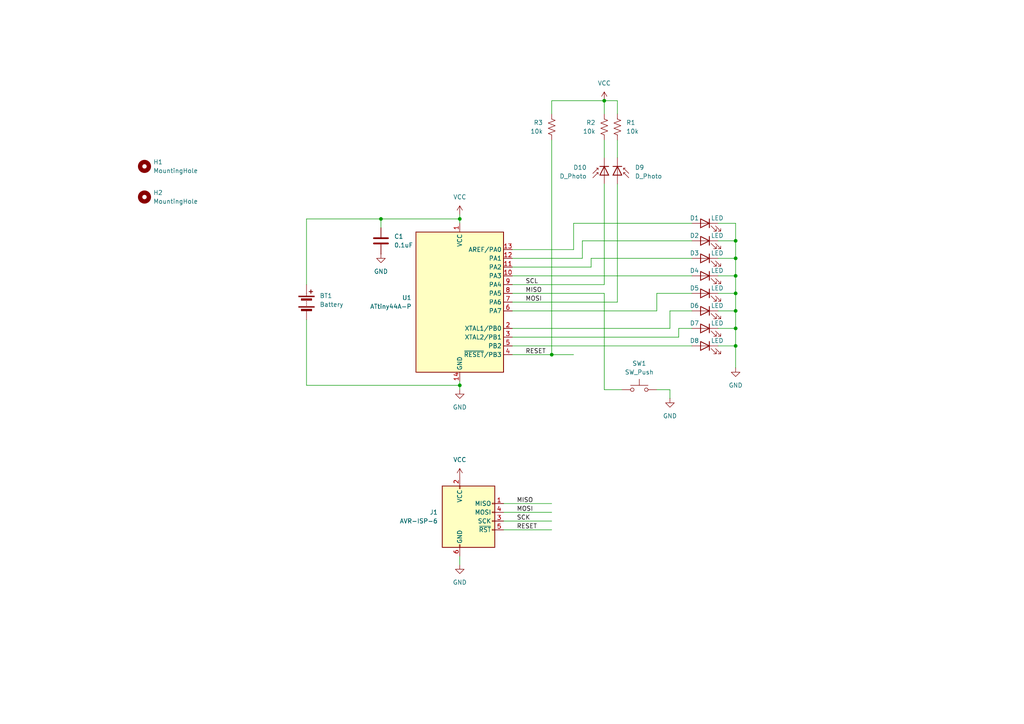
<source format=kicad_sch>
(kicad_sch (version 20250114) (generator "eeschema") (generator_version "9.0")
  (paper "A4")
  (lib_symbols
    (symbol "Connector:AVR-ISP-6" (pin_names (offset 1.016))
      (property "Reference" "J" (at -6.35 11.43 0))
      (property "Value" "AVR-ISP-6" (at 0 11.43 0))
      (symbol "AVR-ISP-6_0_1"
        (rectangle (start -2.667 10.16) (end -2.413 9.398))
        (rectangle (start -2.667 -6.858) (end -2.413 -7.62))
        (rectangle (start 7.62 10.16) (end -7.62 -7.62) (stroke (width 0.254)) (fill (type background)))
        (rectangle (start 7.62 5.207) (end 6.858 4.953))
        (rectangle (start 7.62 2.667) (end 6.858 2.413))
        (rectangle (start 7.62 0.127) (end 6.858 -0.127))
        (rectangle (start 7.62 -2.413) (end 6.858 -2.667))
      )
      (symbol "AVR-ISP-6_1_1"
        (pin passive line (at -2.54 12.7 270) (length 2.54) (name "VCC") (number "2"))
        (pin passive line (at -2.54 -10.16 90) (length 2.54) (name "GND") (number "6"))
        (pin passive line (at 10.16 5.08 180) (length 2.54) (name "MISO") (number "1"))
        (pin passive line (at 10.16 2.54 180) (length 2.54) (name "MOSI") (number "4"))
        (pin passive line (at 10.16 0 180) (length 2.54) (name "SCK") (number "3"))
        (pin passive line (at 10.16 -2.54 180) (length 2.54) (name "~{RST}") (number "5"))
      )
    )
    (symbol "Device:Battery" (pin_numbers (hide yes)) (pin_names (offset 0) (hide yes))
      (property "Reference" "BT" (at 2.54 2.54 0))
      (property "Value" "Battery" (at 2.54 0 0))
      (symbol "Battery_0_1"
        (rectangle (start -2.286 1.778) (end 2.286 1.524) (fill (type outline)))
        (rectangle (start -2.286 -1.27) (end 2.286 -1.524) (fill (type outline)))
        (rectangle (start -1.524 1.016) (end 1.524 0.508) (fill (type outline)))
        (rectangle (start -1.524 -2.032) (end 1.524 -2.54) (fill (type outline)))
        (polyline (pts (xy 0 1.778) (xy 0 2.54)))
        (polyline (pts (xy 0 0) (xy 0 0.254)))
        (polyline (pts (xy 0 -0.508) (xy 0 -0.254)))
        (polyline (pts (xy 0 -1.016) (xy 0 -0.762)))
        (polyline (pts (xy 0.762 3.048) (xy 1.778 3.048)) (stroke (width 0.254)))
        (polyline (pts (xy 1.27 3.556) (xy 1.27 2.54)) (stroke (width 0.254)))
      )
      (symbol "Battery_1_1"
        (pin passive line (at 0 5.08 270) (length 2.54) (name "+") (number "1"))
        (pin passive line (at 0 -5.08 90) (length 2.54) (name "-") (number "2"))
      )
    )
    (symbol "Device:C" (pin_numbers (hide yes)) (pin_names (offset 0.254))
      (property "Reference" "C" (at 0.635 2.54 0))
      (property "Value" "C" (at 0.635 -2.54 0))
      (symbol "C_0_1"
        (polyline (pts (xy -2.032 0.762) (xy 2.032 0.762)) (stroke (width 0.508)))
        (polyline (pts (xy -2.032 -0.762) (xy 2.032 -0.762)) (stroke (width 0.508)))
      )
      (symbol "C_1_1"
        (pin passive line (at 0 3.81 270) (length 2.794) (name "~") (number "1"))
        (pin passive line (at 0 -3.81 90) (length 2.794) (name "~") (number "2"))
      )
    )
    (symbol "Device:D_Photo" (pin_numbers (hide yes)) (pin_names (hide yes))
      (property "Reference" "D" (at 0.508 1.778 0))
      (property "Value" "D_Photo" (at -1.016 -2.794 0))
      (symbol "D_Photo_0_1"
        (polyline (pts (xy -2.54 1.27) (xy -2.54 -1.27)) (stroke (width 0.254)))
        (polyline (pts (xy -2.032 1.778) (xy -1.524 1.778)))
        (polyline (pts (xy -0.508 3.302) (xy -2.032 1.778) (xy -2.032 2.286)))
        (polyline (pts (xy 0 0) (xy -2.54 0)))
        (polyline (pts (xy 0 -1.27) (xy 0 1.27) (xy -2.54 0) (xy 0 -1.27)) (stroke (width 0.254)))
        (polyline (pts (xy 0.762 3.302) (xy -0.762 1.778) (xy -0.762 2.286) (xy -0.762 1.778) (xy -0.254 1.778)))
      )
      (symbol "D_Photo_1_1"
        (pin passive line (at -5.08 0 0) (length 2.54) (name "K") (number "1"))
        (pin passive line (at 2.54 0 180) (length 2.54) (name "A") (number "2"))
      )
    )
    (symbol "Device:LED" (pin_numbers (hide yes)) (pin_names (offset 1.016) (hide yes))
      (property "Reference" "D" (at 0 2.54 0))
      (property "Value" "LED" (at 0 -2.54 0))
      (symbol "LED_0_1"
        (polyline (pts (xy -3.048 -0.762) (xy -4.572 -2.286) (xy -3.81 -2.286) (xy -4.572 -2.286) (xy -4.572 -1.524)))
        (polyline (pts (xy -1.778 -0.762) (xy -3.302 -2.286) (xy -2.54 -2.286) (xy -3.302 -2.286) (xy -3.302 -1.524)))
        (polyline (pts (xy -1.27 0) (xy 1.27 0)))
        (polyline (pts (xy -1.27 -1.27) (xy -1.27 1.27)) (stroke (width 0.254)))
        (polyline (pts (xy 1.27 -1.27) (xy 1.27 1.27) (xy -1.27 0) (xy 1.27 -1.27)) (stroke (width 0.254)))
      )
      (symbol "LED_1_1"
        (pin passive line (at -3.81 0 0) (length 2.54) (name "K") (number "1"))
        (pin passive line (at 3.81 0 180) (length 2.54) (name "A") (number "2"))
      )
    )
    (symbol "Device:R_US" (pin_numbers (hide yes)) (pin_names (offset 0))
      (property "Reference" "R" (at 2.54 0 90))
      (property "Value" "R_US" (at -2.54 0 90))
      (symbol "R_US_0_1"
        (polyline (pts (xy 0 2.286) (xy 0 2.54)))
        (polyline (pts (xy 0 2.286) (xy 1.016 1.905) (xy 0 1.524) (xy -1.016 1.143) (xy 0 0.762)))
        (polyline (pts (xy 0 0.762) (xy 1.016 0.381) (xy 0 0) (xy -1.016 -0.381) (xy 0 -0.762)))
        (polyline (pts (xy 0 -0.762) (xy 1.016 -1.143) (xy 0 -1.524) (xy -1.016 -1.905) (xy 0 -2.286)))
        (polyline (pts (xy 0 -2.286) (xy 0 -2.54)))
      )
      (symbol "R_US_1_1"
        (pin passive line (at 0 3.81 270) (length 1.27) (name "~") (number "1"))
        (pin passive line (at 0 -3.81 90) (length 1.27) (name "~") (number "2"))
      )
    )
    (symbol "MCU_Microchip_ATtiny:ATtiny44A-P"
      (property "Reference" "U" (at -12.7 21.59 0))
      (property "Value" "ATtiny44A-P" (at 2.54 -21.59 0))
      (symbol "ATtiny44A-P_0_1"
        (rectangle (start -12.7 -20.32) (end 12.7 20.32) (stroke (width 0.254)) (fill (type background)))
      )
      (symbol "ATtiny44A-P_1_1"
        (pin power_in line (at 0 22.86 270) (length 2.54) (name "VCC") (number "1"))
        (pin power_in line (at 0 -22.86 90) (length 2.54) (name "GND") (number "14"))
        (pin bidirectional line (at 15.24 15.24 180) (length 2.54) (name "AREF/PA0") (number "13"))
        (pin bidirectional line (at 15.24 12.7 180) (length 2.54) (name "PA1") (number "12"))
        (pin bidirectional line (at 15.24 10.16 180) (length 2.54) (name "PA2") (number "11"))
        (pin bidirectional line (at 15.24 7.62 180) (length 2.54) (name "PA3") (number "10"))
        (pin bidirectional line (at 15.24 5.08 180) (length 2.54) (name "PA4") (number "9"))
        (pin bidirectional line (at 15.24 2.54 180) (length 2.54) (name "PA5") (number "8"))
        (pin bidirectional line (at 15.24 0 180) (length 2.54) (name "PA6") (number "7"))
        (pin bidirectional line (at 15.24 -2.54 180) (length 2.54) (name "PA7") (number "6"))
        (pin bidirectional line (at 15.24 -7.62 180) (length 2.54) (name "XTAL1/PB0") (number "2"))
        (pin bidirectional line (at 15.24 -10.16 180) (length 2.54) (name "XTAL2/PB1") (number "3"))
        (pin bidirectional line (at 15.24 -12.7 180) (length 2.54) (name "PB2") (number "5"))
        (pin bidirectional line (at 15.24 -15.24 180) (length 2.54) (name "~{RESET}/PB3") (number "4"))
      )
    )
    (symbol "Mechanical:MountingHole" (pin_names (offset 1.016)) (in_bom no)
      (property "Reference" "H" (at 0 5.08 0))
      (property "Value" "MountingHole" (at 0 3.175 0))
      (symbol "MountingHole_0_1"
        (circle (center 0 0) (radius 1.27) (stroke (width 1.27)))
      )
    )
    (symbol "Switch:SW_Push" (pin_numbers (hide yes)) (pin_names (offset 1.016) (hide yes))
      (property "Reference" "SW" (at 1.27 2.54 0))
      (property "Value" "SW_Push" (at 0 -1.524 0))
      (symbol "SW_Push_0_1"
        (circle (center -2.032 0) (radius 0.508))
        (polyline (pts (xy 0 1.27) (xy 0 3.048)))
        (circle (center 2.032 0) (radius 0.508))
        (polyline (pts (xy 2.54 1.27) (xy -2.54 1.27)))
        (pin passive line (at -5.08 0 0) (length 2.54) (name "1") (number "1"))
        (pin passive line (at 5.08 0 180) (length 2.54) (name "2") (number "2"))
      )
    )
    (symbol "power:GND" (power) (pin_numbers (hide yes)) (pin_names (offset 0) (hide yes))
      (property "Value" "GND" (at 0 -3.81 0))
      (symbol "GND_0_1"
        (polyline (pts (xy 0 0) (xy 0 -1.27) (xy 1.27 -1.27) (xy 0 -2.54) (xy -1.27 -1.27) (xy 0 -1.27)))
      )
      (symbol "GND_1_1"
        (pin power_in line (at 0 0 270) (length 0) (name "~") (number "1"))
      )
    )
    (symbol "power:VCC" (power) (pin_numbers (hide yes)) (pin_names (offset 0) (hide yes))
      (property "Value" "VCC" (at 0 3.556 0))
      (symbol "VCC_0_1"
        (polyline (pts (xy -0.762 1.27) (xy 0 2.54)))
        (polyline (pts (xy 0 2.54) (xy 0.762 1.27)))
        (polyline (pts (xy 0 0) (xy 0 2.54)))
      )
      (symbol "VCC_1_1"
        (pin power_in line (at 0 0 90) (length 0) (name "~") (number "1"))
      )
    )
  )
  (junction (at 213.36 100.33))
  (junction (at 133.35 111.76))
  (junction (at 213.36 85.09))
  (junction (at 160.02 102.87))
  (junction (at 213.36 69.85))
  (junction (at 110.49 63.5))
  (junction (at 213.36 95.25))
  (junction (at 213.36 74.93))
  (junction (at 213.36 90.17))
  (junction (at 175.26 29.21))
  (junction (at 133.35 63.5))
  (junction (at 213.36 80.01))
  (wire (pts (xy 171.45 74.93) (xy 171.45 77.47)))
  (wire (pts (xy 148.59 102.87) (xy 160.02 102.87)))
  (wire (pts (xy 179.07 40.64) (xy 179.07 45.72)))
  (wire (pts (xy 133.35 63.5) (xy 133.35 64.77)))
  (wire (pts (xy 208.28 64.77) (xy 213.36 64.77)))
  (wire (pts (xy 148.59 87.63) (xy 179.07 87.63)))
  (wire (pts (xy 148.59 80.01) (xy 200.66 80.01)))
  (wire (pts (xy 213.36 85.09) (xy 213.36 90.17)))
  (wire (pts (xy 194.31 113.03) (xy 194.31 115.57)))
  (wire (pts (xy 160.02 29.21) (xy 175.26 29.21)))
  (wire (pts (xy 146.05 148.59) (xy 160.02 148.59)))
  (wire (pts (xy 175.26 40.64) (xy 175.26 45.72)))
  (wire (pts (xy 166.37 72.39) (xy 166.37 64.77)))
  (wire (pts (xy 160.02 102.87) (xy 166.37 102.87)))
  (wire (pts (xy 190.5 85.09) (xy 200.66 85.09)))
  (wire (pts (xy 133.35 62.23) (xy 133.35 63.5)))
  (wire (pts (xy 179.07 53.34) (xy 179.07 87.63)))
  (wire (pts (xy 133.35 111.76) (xy 133.35 113.03)))
  (wire (pts (xy 208.28 90.17) (xy 213.36 90.17)))
  (wire (pts (xy 168.91 69.85) (xy 200.66 69.85)))
  (wire (pts (xy 208.28 100.33) (xy 213.36 100.33)))
  (wire (pts (xy 213.36 90.17) (xy 213.36 95.25)))
  (wire (pts (xy 146.05 153.67) (xy 160.02 153.67)))
  (wire (pts (xy 110.49 63.5) (xy 110.49 66.04)))
  (wire (pts (xy 146.05 146.05) (xy 160.02 146.05)))
  (wire (pts (xy 190.5 113.03) (xy 194.31 113.03)))
  (wire (pts (xy 179.07 29.21) (xy 179.07 33.02)))
  (wire (pts (xy 168.91 69.85) (xy 168.91 74.93)))
  (wire (pts (xy 213.36 64.77) (xy 213.36 69.85)))
  (wire (pts (xy 148.59 97.79) (xy 196.85 97.79)))
  (wire (pts (xy 175.26 33.02) (xy 175.26 29.21)))
  (wire (pts (xy 196.85 97.79) (xy 196.85 95.25)))
  (wire (pts (xy 175.26 113.03) (xy 180.34 113.03)))
  (wire (pts (xy 208.28 74.93) (xy 213.36 74.93)))
  (wire (pts (xy 175.26 53.34) (xy 175.26 82.55)))
  (wire (pts (xy 171.45 74.93) (xy 200.66 74.93)))
  (wire (pts (xy 208.28 85.09) (xy 213.36 85.09)))
  (wire (pts (xy 194.31 95.25) (xy 194.31 90.17)))
  (wire (pts (xy 88.9 111.76) (xy 88.9 92.71)))
  (wire (pts (xy 133.35 110.49) (xy 133.35 111.76)))
  (wire (pts (xy 213.36 95.25) (xy 213.36 100.33)))
  (wire (pts (xy 194.31 90.17) (xy 200.66 90.17)))
  (wire (pts (xy 148.59 74.93) (xy 168.91 74.93)))
  (wire (pts (xy 133.35 63.5) (xy 110.49 63.5)))
  (wire (pts (xy 88.9 63.5) (xy 88.9 82.55)))
  (wire (pts (xy 148.59 90.17) (xy 190.5 90.17)))
  (wire (pts (xy 148.59 82.55) (xy 175.26 82.55)))
  (wire (pts (xy 208.28 69.85) (xy 213.36 69.85)))
  (wire (pts (xy 148.59 85.09) (xy 175.26 85.09)))
  (wire (pts (xy 110.49 63.5) (xy 88.9 63.5)))
  (wire (pts (xy 213.36 69.85) (xy 213.36 74.93)))
  (wire (pts (xy 160.02 40.64) (xy 160.02 102.87)))
  (wire (pts (xy 166.37 64.77) (xy 200.66 64.77)))
  (wire (pts (xy 190.5 85.09) (xy 190.5 90.17)))
  (wire (pts (xy 160.02 33.02) (xy 160.02 29.21)))
  (wire (pts (xy 213.36 74.93) (xy 213.36 80.01)))
  (wire (pts (xy 148.59 72.39) (xy 166.37 72.39)))
  (wire (pts (xy 196.85 95.25) (xy 200.66 95.25)))
  (wire (pts (xy 133.35 111.76) (xy 88.9 111.76)))
  (wire (pts (xy 213.36 80.01) (xy 213.36 85.09)))
  (wire (pts (xy 213.36 100.33) (xy 213.36 106.68)))
  (wire (pts (xy 208.28 80.01) (xy 213.36 80.01)))
  (wire (pts (xy 175.26 29.21) (xy 179.07 29.21)))
  (wire (pts (xy 148.59 95.25) (xy 194.31 95.25)))
  (wire (pts (xy 148.59 100.33) (xy 200.66 100.33)))
  (wire (pts (xy 146.05 151.13) (xy 160.02 151.13)))
  (wire (pts (xy 175.26 85.09) (xy 175.26 113.03)))
  (wire (pts (xy 208.28 95.25) (xy 213.36 95.25)))
  (wire (pts (xy 148.59 77.47) (xy 171.45 77.47)))
  (wire (pts (xy 133.35 161.29) (xy 133.35 163.83)))
  (label "MISO" (at 149.86 146.05 0))
  (label "MOSI" (at 152.4 87.63 0))
  (label "MOSI" (at 149.86 148.59 0))
  (label "RESET" (at 152.4 102.87 0))
  (label "SCK" (at 149.86 151.13 0))
  (label "SCL" (at 152.4 82.55 0))
  (label "MISO" (at 152.4 85.09 0))
  (label "RESET" (at 149.86 153.67 0))
  (symbol (lib_id "power:GND") (at 133.35 163.83 0) (unit 1)
    (property "Reference" "#PWR04" (effects (hide yes)))
    (property "Value" "GND" (at 133.35 168.91 0))
    (property "Description" "Power symbol creates a global label with name \"GND\" , ground" (effects (hide yes)))
  )
  (symbol (lib_id "power:VCC") (at 133.35 138.43 0) (unit 1)
    (property "Reference" "#PWR01" (effects (hide yes)))
    (property "Value" "VCC" (at 133.35 133.35 0))
    (property "Description" "Power symbol creates a global label with name \"VCC\"" (effects (hide yes)))
  )
  (symbol (lib_id "Device:LED") (at 204.47 69.85 0) (mirror y) (unit 1)
    (property "Reference" "D2" (at 201.422 68.326 0))
    (property "Value" "LED" (at 208.026 68.326 0))
    (property "Footprint" "LED_THT:LED_D5.0mm" (effects (hide yes)))
    (property "Description" "Light emitting diode" (effects (hide yes)))
    (property "Sim.Pins" "1=K 2=A" (effects (hide yes)))
  )
  (symbol (lib_id "power:VCC") (at 175.26 29.21 0) (unit 1)
    (property "Reference" "#PWR05" (effects (hide yes)))
    (property "Value" "VCC" (at 175.26 24.13 0))
    (property "Description" "Power symbol creates a global label with name \"VCC\"" (effects (hide yes)))
  )
  (symbol (lib_id "Device:LED") (at 204.47 64.77 0) (mirror y) (unit 1)
    (property "Reference" "D1" (at 201.422 63.246 0))
    (property "Value" "LED" (at 208.026 63.246 0))
    (property "Footprint" "LED_THT:LED_D5.0mm" (effects (hide yes)))
    (property "Description" "Light emitting diode" (effects (hide yes)))
    (property "Sim.Pins" "1=K 2=A" (effects (hide yes)))
  )
  (symbol (lib_id "Device:R_US") (at 160.02 36.83 0) (unit 1)
    (property "Reference" "R3" (at 157.48 35.5599 0) (effects (justify right)))
    (property "Value" "10k" (at 157.48 38.0999 0) (effects (justify right)))
    (property "Footprint" "Resistor_THT:R_Axial_DIN0207_L6.3mm_D2.5mm_P10.16mm_Horizontal" (effects (hide yes)))
    (property "Description" "Resistor, US symbol" (effects (hide yes)))
  )
  (symbol (lib_id "power:VCC") (at 133.35 62.23 0) (unit 1)
    (property "Reference" "#PWR02" (effects (hide yes)))
    (property "Value" "VCC" (at 133.35 57.15 0))
    (property "Description" "Power symbol creates a global label with name \"VCC\"" (effects (hide yes)))
  )
  (symbol (lib_id "Mechanical:MountingHole") (at 41.91 57.15 0) (unit 1) (in_bom no)
    (property "Reference" "H2" (at 44.45 55.8799 0) (effects (justify left)))
    (property "Value" "MountingHole" (at 44.45 58.4199 0) (effects (justify left)))
    (property "Footprint" "MountingHole:MountingHole_4.3mm_M4" (effects (hide yes)))
    (property "Description" "Mounting Hole without connection" (effects (hide yes)))
  )
  (symbol (lib_id "Switch:SW_Push") (at 185.42 113.03 0) (unit 1)
    (property "Reference" "SW1" (at 185.42 105.41 0))
    (property "Value" "SW_Push" (at 185.42 107.95 0))
    (property "Footprint" "push_sw:BTN-B3F-1000" (effects (hide yes)))
    (property "Description" "Push button switch, generic, two pins" (effects (hide yes)))
  )
  (symbol (lib_id "power:GND") (at 133.35 113.03 0) (unit 1)
    (property "Reference" "#PWR03" (effects (hide yes)))
    (property "Value" "GND" (at 133.35 118.11 0))
    (property "Description" "Power symbol creates a global label with name \"GND\" , ground" (effects (hide yes)))
  )
  (symbol (lib_id "Device:LED") (at 204.47 95.25 0) (mirror y) (unit 1)
    (property "Reference" "D7" (at 201.422 93.726 0))
    (property "Value" "LED" (at 208.026 93.726 0))
    (property "Footprint" "LED_THT:LED_D5.0mm" (effects (hide yes)))
    (property "Description" "Light emitting diode" (effects (hide yes)))
    (property "Sim.Pins" "1=K 2=A" (effects (hide yes)))
  )
  (symbol (lib_id "Device:LED") (at 204.47 90.17 0) (mirror y) (unit 1)
    (property "Reference" "D6" (at 201.422 88.646 0))
    (property "Value" "LED" (at 208.026 88.646 0))
    (property "Footprint" "LED_THT:LED_D5.0mm" (effects (hide yes)))
    (property "Description" "Light emitting diode" (effects (hide yes)))
    (property "Sim.Pins" "1=K 2=A" (effects (hide yes)))
  )
  (symbol (lib_id "Device:R_US") (at 175.26 36.83 0) (unit 1)
    (property "Reference" "R2" (at 172.72 35.5599 0) (effects (justify right)))
    (property "Value" "10k" (at 172.72 38.0999 0) (effects (justify right)))
    (property "Footprint" "Resistor_THT:R_Axial_DIN0207_L6.3mm_D2.5mm_P10.16mm_Horizontal" (effects (hide yes)))
    (property "Description" "Resistor, US symbol" (effects (hide yes)))
  )
  (symbol (lib_id "power:GND") (at 213.36 106.68 0) (unit 1)
    (property "Reference" "#PWR07" (effects (hide yes)))
    (property "Value" "GND" (at 213.36 111.76 0))
    (property "Description" "Power symbol creates a global label with name \"GND\" , ground" (effects (hide yes)))
  )
  (symbol (lib_id "Device:LED") (at 204.47 85.09 0) (mirror y) (unit 1)
    (property "Reference" "D5" (at 201.422 83.566 0))
    (property "Value" "LED" (at 208.026 83.566 0))
    (property "Footprint" "LED_THT:LED_D5.0mm" (effects (hide yes)))
    (property "Description" "Light emitting diode" (effects (hide yes)))
    (property "Sim.Pins" "1=K 2=A" (effects (hide yes)))
  )
  (symbol (lib_id "Device:D_Photo") (at 179.07 50.8 270) (unit 1)
    (property "Reference" "D9" (at 184.15 48.5774 90) (effects (justify left)))
    (property "Value" "D_Photo" (at 184.15 51.1174 90) (effects (justify left)))
    (property "Footprint" "LED_THT:LED_D3.0mm" (effects (hide yes)))
    (property "Description" "Photodiode" (effects (hide yes)))
  )
  (symbol (lib_id "Device:LED") (at 204.47 74.93 0) (mirror y) (unit 1)
    (property "Reference" "D3" (at 201.422 73.406 0))
    (property "Value" "LED" (at 208.026 73.406 0))
    (property "Footprint" "LED_THT:LED_D5.0mm" (effects (hide yes)))
    (property "Description" "Light emitting diode" (effects (hide yes)))
    (property "Sim.Pins" "1=K 2=A" (effects (hide yes)))
  )
  (symbol (lib_id "Mechanical:MountingHole") (at 41.91 48.26 0) (unit 1) (in_bom no)
    (property "Reference" "H1" (at 44.45 46.9899 0) (effects (justify left)))
    (property "Value" "MountingHole" (at 44.45 49.5299 0) (effects (justify left)))
    (property "Footprint" "MountingHole:MountingHole_4.3mm_M4" (effects (hide yes)))
    (property "Description" "Mounting Hole without connection" (effects (hide yes)))
  )
  (symbol (lib_id "Device:R_US") (at 179.07 36.83 0) (unit 1)
    (property "Reference" "R1" (at 181.61 35.5599 0) (effects (justify left)))
    (property "Value" "10k" (at 181.61 38.0999 0) (effects (justify left)))
    (property "Footprint" "Resistor_THT:R_Axial_DIN0207_L6.3mm_D2.5mm_P10.16mm_Horizontal" (effects (hide yes)))
    (property "Description" "Resistor, US symbol" (effects (hide yes)))
  )
  (symbol (lib_id "power:GND") (at 110.49 73.66 0) (unit 1)
    (property "Reference" "#PWR08" (effects (hide yes)))
    (property "Value" "GND" (at 110.49 78.74 0))
    (property "Description" "Power symbol creates a global label with name \"GND\" , ground" (effects (hide yes)))
  )
  (symbol (lib_id "Device:C") (at 110.49 69.85 0) (mirror y) (unit 1)
    (property "Reference" "C1" (at 114.3 68.5799 0) (effects (justify right)))
    (property "Value" "0.1uF" (at 114.3 71.1199 0) (effects (justify right)))
    (property "Footprint" "Capacitor_THT:C_Disc_D6.0mm_W2.5mm_P5.00mm" (effects (hide yes)))
    (property "Description" "Unpolarized capacitor" (effects (hide yes)))
  )
  (symbol (lib_id "Connector:AVR-ISP-6") (at 135.89 151.13 0) (unit 1)
    (property "Reference" "J1" (at 127 148.5899 0) (effects (justify right)))
    (property "Value" "AVR-ISP-6" (at 127 151.1299 0) (effects (justify right)))
    (property "Footprint" "Connector_PinHeader_2.54mm:PinHeader_2x03_P2.54mm_Vertical" (effects (hide yes)))
    (property "Description" "Atmel 6-pin ISP connector" (effects (hide yes)))
  )
  (symbol (lib_id "Device:LED") (at 204.47 80.01 0) (mirror y) (unit 1)
    (property "Reference" "D4" (at 201.422 78.486 0))
    (property "Value" "LED" (at 208.026 78.486 0))
    (property "Footprint" "LED_THT:LED_D5.0mm" (effects (hide yes)))
    (property "Description" "Light emitting diode" (effects (hide yes)))
    (property "Sim.Pins" "1=K 2=A" (effects (hide yes)))
  )
  (symbol (lib_id "MCU_Microchip_ATtiny:ATtiny44A-P") (at 133.35 87.63 0) (unit 1)
    (property "Reference" "U1" (at 119.38 86.3599 0) (effects (justify right)))
    (property "Value" "ATtiny44A-P" (at 119.38 88.8999 0) (effects (justify right)))
    (property "Footprint" "Package_DIP:DIP-14_W7.62mm" (effects (hide yes)))
    (property "Datasheet" "http://ww1.microchip.com/downloads/en/DeviceDoc/doc8183.pdf" (effects (hide yes)))
    (property "Description" "20MHz, 4kB Flash, 256B SRAM, 256B EEPROM, debugWIRE, DIP-14" (effects (hide yes)))
  )
  (symbol (lib_id "Device:Battery") (at 88.9 87.63 0) (unit 1)
    (property "Reference" "BT1" (at 92.71 85.7884 0) (effects (justify left)))
    (property "Value" "Battery" (at 92.71 88.3284 0) (effects (justify left)))
    (property "Footprint" "Connector_PinHeader_2.54mm:PinHeader_1x02_P2.54mm_Vertical" (effects (hide yes)))
    (property "Description" "Multiple-cell battery" (effects (hide yes)))
  )
  (symbol (lib_id "Device:D_Photo") (at 175.26 50.8 90) (mirror x) (unit 1)
    (property "Reference" "D10" (at 170.18 48.5774 90) (effects (justify left)))
    (property "Value" "D_Photo" (at 170.18 51.1174 90) (effects (justify left)))
    (property "Footprint" "LED_THT:LED_D3.0mm" (effects (hide yes)))
    (property "Description" "Photodiode" (effects (hide yes)))
  )
  (symbol (lib_id "Device:LED") (at 204.47 100.33 0) (mirror y) (unit 1)
    (property "Reference" "D8" (at 201.422 98.806 0))
    (property "Value" "LED" (at 208.026 98.806 0))
    (property "Footprint" "LED_THT:LED_D5.0mm" (effects (hide yes)))
    (property "Description" "Light emitting diode" (effects (hide yes)))
    (property "Sim.Pins" "1=K 2=A" (effects (hide yes)))
  )
  (symbol (lib_id "power:GND") (at 194.31 115.57 0) (unit 1)
    (property "Reference" "#PWR06" (effects (hide yes)))
    (property "Value" "GND" (at 194.31 120.65 0))
    (property "Description" "Power symbol creates a global label with name \"GND\" , ground" (effects (hide yes)))
  )
)
</source>
